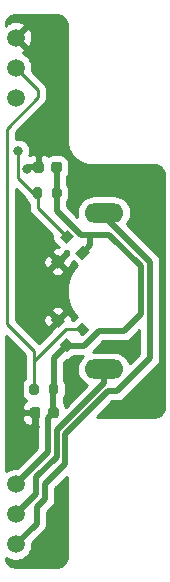
<source format=gbr>
%TF.GenerationSoftware,KiCad,Pcbnew,5.1.9-73d0e3b20d~88~ubuntu20.04.1*%
%TF.CreationDate,2021-04-11T19:31:59-07:00*%
%TF.ProjectId,encoder,656e636f-6465-4722-9e6b-696361645f70,rev?*%
%TF.SameCoordinates,Original*%
%TF.FileFunction,Copper,L1,Top*%
%TF.FilePolarity,Positive*%
%FSLAX46Y46*%
G04 Gerber Fmt 4.6, Leading zero omitted, Abs format (unit mm)*
G04 Created by KiCad (PCBNEW 5.1.9-73d0e3b20d~88~ubuntu20.04.1) date 2021-04-11 19:31:59*
%MOMM*%
%LPD*%
G01*
G04 APERTURE LIST*
%TA.AperFunction,ComponentPad*%
%ADD10O,3.300000X1.650000*%
%TD*%
%TA.AperFunction,ComponentPad*%
%ADD11C,1.520000*%
%TD*%
%TA.AperFunction,SMDPad,CuDef*%
%ADD12C,0.100000*%
%TD*%
%TA.AperFunction,ViaPad*%
%ADD13C,0.800000*%
%TD*%
%TA.AperFunction,Conductor*%
%ADD14C,0.500000*%
%TD*%
%TA.AperFunction,Conductor*%
%ADD15C,0.750000*%
%TD*%
%TA.AperFunction,Conductor*%
%ADD16C,0.250000*%
%TD*%
%TA.AperFunction,Conductor*%
%ADD17C,0.254000*%
%TD*%
%TA.AperFunction,Conductor*%
%ADD18C,0.100000*%
%TD*%
G04 APERTURE END LIST*
D10*
%TO.P,CN1,7*%
%TO.N,/MOTOR-*%
X100000000Y-93374800D03*
%TO.P,CN1,8*%
%TO.N,/MOTOR+*%
X100000000Y-106624800D03*
D11*
%TO.P,CN1,3*%
%TO.N,/QUADB*%
X92519900Y-83620000D03*
%TO.P,CN1,2*%
%TO.N,/QUADA*%
X92519900Y-81080000D03*
%TO.P,CN1,1*%
%TO.N,/GND*%
X92519900Y-78540000D03*
%TO.P,CN1,6*%
%TO.N,/MOTOR-*%
X92519900Y-121460000D03*
%TO.P,CN1,5*%
%TO.N,/MOTOR+*%
X92519900Y-118920000D03*
%TO.P,CN1,4*%
%TO.N,/VCC*%
X92519900Y-116380000D03*
%TD*%
%TO.P,C2,2*%
%TO.N,/GND*%
%TA.AperFunction,SMDPad,CuDef*%
G36*
G01*
X94612580Y-110062200D02*
X94612580Y-110562200D01*
G75*
G02*
X94387580Y-110787200I-225000J0D01*
G01*
X93937580Y-110787200D01*
G75*
G02*
X93712580Y-110562200I0J225000D01*
G01*
X93712580Y-110062200D01*
G75*
G02*
X93937580Y-109837200I225000J0D01*
G01*
X94387580Y-109837200D01*
G75*
G02*
X94612580Y-110062200I0J-225000D01*
G01*
G37*
%TD.AperFunction*%
%TO.P,C2,1*%
%TO.N,/VCC*%
%TA.AperFunction,SMDPad,CuDef*%
G36*
G01*
X96162580Y-110062200D02*
X96162580Y-110562200D01*
G75*
G02*
X95937580Y-110787200I-225000J0D01*
G01*
X95487580Y-110787200D01*
G75*
G02*
X95262580Y-110562200I0J225000D01*
G01*
X95262580Y-110062200D01*
G75*
G02*
X95487580Y-109837200I225000J0D01*
G01*
X95937580Y-109837200D01*
G75*
G02*
X96162580Y-110062200I0J-225000D01*
G01*
G37*
%TD.AperFunction*%
%TD*%
%TO.P,C1,2*%
%TO.N,/GND*%
%TA.AperFunction,SMDPad,CuDef*%
G36*
G01*
X94885000Y-89280000D02*
X94885000Y-89780000D01*
G75*
G02*
X94660000Y-90005000I-225000J0D01*
G01*
X94210000Y-90005000D01*
G75*
G02*
X93985000Y-89780000I0J225000D01*
G01*
X93985000Y-89280000D01*
G75*
G02*
X94210000Y-89055000I225000J0D01*
G01*
X94660000Y-89055000D01*
G75*
G02*
X94885000Y-89280000I0J-225000D01*
G01*
G37*
%TD.AperFunction*%
%TO.P,C1,1*%
%TO.N,/VCC*%
%TA.AperFunction,SMDPad,CuDef*%
G36*
G01*
X96435000Y-89280000D02*
X96435000Y-89780000D01*
G75*
G02*
X96210000Y-90005000I-225000J0D01*
G01*
X95760000Y-90005000D01*
G75*
G02*
X95535000Y-89780000I0J225000D01*
G01*
X95535000Y-89280000D01*
G75*
G02*
X95760000Y-89055000I225000J0D01*
G01*
X96210000Y-89055000D01*
G75*
G02*
X96435000Y-89280000I0J-225000D01*
G01*
G37*
%TD.AperFunction*%
%TD*%
%TO.P,R2,2*%
%TO.N,/QUADB*%
%TA.AperFunction,SMDPad,CuDef*%
G36*
G01*
X94755000Y-91425000D02*
X94755000Y-91975000D01*
G75*
G02*
X94555000Y-92175000I-200000J0D01*
G01*
X94155000Y-92175000D01*
G75*
G02*
X93955000Y-91975000I0J200000D01*
G01*
X93955000Y-91425000D01*
G75*
G02*
X94155000Y-91225000I200000J0D01*
G01*
X94555000Y-91225000D01*
G75*
G02*
X94755000Y-91425000I0J-200000D01*
G01*
G37*
%TD.AperFunction*%
%TO.P,R2,1*%
%TO.N,/VCC*%
%TA.AperFunction,SMDPad,CuDef*%
G36*
G01*
X96405000Y-91425000D02*
X96405000Y-91975000D01*
G75*
G02*
X96205000Y-92175000I-200000J0D01*
G01*
X95805000Y-92175000D01*
G75*
G02*
X95605000Y-91975000I0J200000D01*
G01*
X95605000Y-91425000D01*
G75*
G02*
X95805000Y-91225000I200000J0D01*
G01*
X96205000Y-91225000D01*
G75*
G02*
X96405000Y-91425000I0J-200000D01*
G01*
G37*
%TD.AperFunction*%
%TD*%
%TO.P,R1,2*%
%TO.N,/QUADA*%
%TA.AperFunction,SMDPad,CuDef*%
G36*
G01*
X94465000Y-108045000D02*
X94465000Y-108595000D01*
G75*
G02*
X94265000Y-108795000I-200000J0D01*
G01*
X93865000Y-108795000D01*
G75*
G02*
X93665000Y-108595000I0J200000D01*
G01*
X93665000Y-108045000D01*
G75*
G02*
X93865000Y-107845000I200000J0D01*
G01*
X94265000Y-107845000D01*
G75*
G02*
X94465000Y-108045000I0J-200000D01*
G01*
G37*
%TD.AperFunction*%
%TO.P,R1,1*%
%TO.N,/VCC*%
%TA.AperFunction,SMDPad,CuDef*%
G36*
G01*
X96115000Y-108045000D02*
X96115000Y-108595000D01*
G75*
G02*
X95915000Y-108795000I-200000J0D01*
G01*
X95515000Y-108795000D01*
G75*
G02*
X95315000Y-108595000I0J200000D01*
G01*
X95315000Y-108045000D01*
G75*
G02*
X95515000Y-107845000I200000J0D01*
G01*
X95915000Y-107845000D01*
G75*
G02*
X96115000Y-108045000I0J-200000D01*
G01*
G37*
%TD.AperFunction*%
%TD*%
%TA.AperFunction,SMDPad,CuDef*%
D12*
%TO.P,Q2,3*%
%TO.N,/GND*%
G36*
X96693934Y-102528248D02*
G01*
X96128248Y-103093934D01*
X95491852Y-102457538D01*
X96057538Y-101891852D01*
X96693934Y-102528248D01*
G37*
%TD.AperFunction*%
%TA.AperFunction,SMDPad,CuDef*%
%TO.P,Q2,2*%
%TO.N,/QUADA*%
G36*
X98779899Y-103270710D02*
G01*
X98214213Y-103836396D01*
X97577817Y-103200000D01*
X98143503Y-102634314D01*
X98779899Y-103270710D01*
G37*
%TD.AperFunction*%
%TA.AperFunction,SMDPad,CuDef*%
%TO.P,Q2,1*%
%TO.N,/VCC*%
G36*
X97436396Y-104614213D02*
G01*
X96870710Y-105179899D01*
X96234314Y-104543503D01*
X96800000Y-103977817D01*
X97436396Y-104614213D01*
G37*
%TD.AperFunction*%
%TD*%
%TA.AperFunction,SMDPad,CuDef*%
%TO.P,Q1,3*%
%TO.N,/GND*%
G36*
X96128248Y-96906066D02*
G01*
X96693934Y-97471752D01*
X96057538Y-98108148D01*
X95491852Y-97542462D01*
X96128248Y-96906066D01*
G37*
%TD.AperFunction*%
%TA.AperFunction,SMDPad,CuDef*%
%TO.P,Q1,2*%
%TO.N,/QUADB*%
G36*
X96870710Y-94820101D02*
G01*
X97436396Y-95385787D01*
X96800000Y-96022183D01*
X96234314Y-95456497D01*
X96870710Y-94820101D01*
G37*
%TD.AperFunction*%
%TA.AperFunction,SMDPad,CuDef*%
%TO.P,Q1,1*%
%TO.N,/VCC*%
G36*
X98214213Y-96163604D02*
G01*
X98779899Y-96729290D01*
X98143503Y-97365686D01*
X97577817Y-96800000D01*
X98214213Y-96163604D01*
G37*
%TD.AperFunction*%
%TD*%
D13*
%TO.N,/QUADB*%
X92710000Y-88138000D03*
%TO.N,/GND*%
X94600000Y-98500000D03*
X94570000Y-101060000D03*
X94190000Y-111480000D03*
X93465010Y-89650094D03*
X93472000Y-122936000D03*
X98044000Y-108204000D03*
X100584000Y-104648000D03*
%TD*%
D14*
%TO.N,/MOTOR-*%
X94289950Y-119689950D02*
X92519900Y-121460000D01*
X94289950Y-118308050D02*
X94289950Y-119689950D01*
X94996000Y-117602000D02*
X94289950Y-118308050D01*
X94996000Y-116332000D02*
X94996000Y-117602000D01*
X96693202Y-114634798D02*
X94996000Y-116332000D01*
X100330000Y-108458000D02*
X96693202Y-112094798D01*
X101112000Y-108458000D02*
X100330000Y-108458000D01*
X103886000Y-97536000D02*
X103886000Y-105684000D01*
X96693202Y-112094798D02*
X96693202Y-114634798D01*
X100000000Y-93374800D02*
X100000000Y-93650000D01*
X100000000Y-93650000D02*
X103886000Y-97536000D01*
X103886000Y-105684000D02*
X101112000Y-108458000D01*
D15*
%TO.N,/MOTOR+*%
X100029200Y-106625200D02*
X100000000Y-106625200D01*
D14*
X100000000Y-107798035D02*
X100000000Y-106624800D01*
X94234000Y-115786382D02*
X95993191Y-114027191D01*
X94234000Y-117205900D02*
X94234000Y-115786382D01*
X95993191Y-111804844D02*
X100000000Y-107798035D01*
X95993191Y-114027191D02*
X95993191Y-111804844D01*
X92519900Y-118920000D02*
X94234000Y-117205900D01*
D16*
%TO.N,/QUADB*%
X94380000Y-91725000D02*
X94355000Y-91700000D01*
X94380000Y-92965787D02*
X94380000Y-91725000D01*
X96835355Y-95421142D02*
X94380000Y-92965787D01*
X92710000Y-90455000D02*
X92710000Y-88138000D01*
X93955000Y-91700000D02*
X92710000Y-90455000D01*
X94355000Y-91700000D02*
X93955000Y-91700000D01*
%TO.N,/QUADA*%
X98200000Y-103497057D02*
X98090280Y-103606777D01*
X94065000Y-108320000D02*
X94065000Y-105915000D01*
X96744645Y-103235355D02*
X98178858Y-103235355D01*
X94065000Y-105915000D02*
X96744645Y-103235355D01*
X94390000Y-82950100D02*
X92519900Y-81080000D01*
X91749991Y-86247007D02*
X94390000Y-83606998D01*
X94390000Y-83606998D02*
X94390000Y-82950100D01*
X91749991Y-102799991D02*
X91749991Y-86247007D01*
X94065000Y-105115000D02*
X91749991Y-102799991D01*
X94065000Y-105915000D02*
X94065000Y-105115000D01*
D14*
%TO.N,/GND*%
X94600000Y-98500000D02*
X95124200Y-98500000D01*
X95124200Y-98475800D02*
X95124200Y-98500000D01*
X96092893Y-97507107D02*
X95124200Y-98475800D01*
X96092893Y-102492893D02*
X94660000Y-101060000D01*
X94660000Y-101060000D02*
X94570000Y-101060000D01*
X94162580Y-111452580D02*
X94190000Y-111480000D01*
X94162580Y-110312200D02*
X94162580Y-111452580D01*
X93585104Y-89530000D02*
X93465010Y-89650094D01*
X94435000Y-89530000D02*
X93585104Y-89530000D01*
%TO.N,/VCC*%
X95712580Y-108322420D02*
X95715000Y-108320000D01*
X95712580Y-110312200D02*
X95712580Y-108322420D01*
X96005000Y-89550000D02*
X95985000Y-89530000D01*
X96005000Y-91700000D02*
X96005000Y-89550000D01*
X96005000Y-93211000D02*
X96005000Y-91700000D01*
X98044000Y-95250000D02*
X96005000Y-93211000D01*
X98044000Y-95250000D02*
X99071952Y-95250000D01*
X98806000Y-96137503D02*
X98178858Y-96764645D01*
X98806000Y-95250000D02*
X98806000Y-96137503D01*
X99071952Y-95250000D02*
X98806000Y-95250000D01*
X95715000Y-108320000D02*
X95758000Y-108277000D01*
X95758000Y-108277000D02*
X95758000Y-106426000D01*
X96835355Y-104578858D02*
X95758000Y-105656213D01*
X95758000Y-105656213D02*
X95758000Y-106426000D01*
X99693504Y-95250000D02*
X99071952Y-95250000D01*
X103124000Y-101930200D02*
X103124000Y-97917000D01*
X101676200Y-103378000D02*
X103124000Y-101930200D01*
X99568000Y-103378000D02*
X101676200Y-103378000D01*
X98298000Y-104648000D02*
X99568000Y-103378000D01*
X100457000Y-95250000D02*
X99693504Y-95250000D01*
X96904497Y-104648000D02*
X98298000Y-104648000D01*
X103124000Y-97917000D02*
X100457000Y-95250000D01*
X96835355Y-104578858D02*
X96904497Y-104648000D01*
X92519900Y-116380000D02*
X95250000Y-113649900D01*
X95250000Y-113649900D02*
X95250000Y-110774780D01*
X95250000Y-110774780D02*
X95712580Y-110312200D01*
%TD*%
D17*
%TO.N,/GND*%
X96840000Y-122474659D02*
X96829458Y-122611703D01*
X96825749Y-122659926D01*
X96813954Y-122711036D01*
X96791495Y-122778415D01*
X96759514Y-122855168D01*
X96724904Y-122924388D01*
X96692338Y-122975563D01*
X96646606Y-123032729D01*
X96592665Y-123092663D01*
X96532739Y-123146596D01*
X96475561Y-123192339D01*
X96424388Y-123224904D01*
X96355168Y-123259514D01*
X96278418Y-123291494D01*
X96211037Y-123313954D01*
X96159926Y-123325749D01*
X96111705Y-123329458D01*
X96111703Y-123329458D01*
X95974659Y-123340000D01*
X92525341Y-123340000D01*
X92388296Y-123329458D01*
X92388295Y-123329458D01*
X92340074Y-123325749D01*
X92288964Y-123313954D01*
X92221585Y-123291495D01*
X92144832Y-123259514D01*
X92075612Y-123224904D01*
X92024437Y-123192338D01*
X91967271Y-123146606D01*
X91907337Y-123092665D01*
X91853404Y-123032739D01*
X91807661Y-122975561D01*
X91775096Y-122924388D01*
X91740486Y-122855168D01*
X91708506Y-122778418D01*
X91686046Y-122711037D01*
X91674251Y-122659926D01*
X91670542Y-122611703D01*
X91667179Y-122567982D01*
X91859120Y-122696233D01*
X92112993Y-122801391D01*
X92382504Y-122855000D01*
X92657296Y-122855000D01*
X92926807Y-122801391D01*
X93180680Y-122696233D01*
X93409161Y-122543567D01*
X93603467Y-122349261D01*
X93756133Y-122120780D01*
X93861291Y-121866907D01*
X93914900Y-121597396D01*
X93914900Y-121322604D01*
X93913900Y-121317578D01*
X94884999Y-120346480D01*
X94918767Y-120318767D01*
X95029361Y-120184009D01*
X95111539Y-120030263D01*
X95162145Y-119863440D01*
X95174950Y-119733427D01*
X95174950Y-119733419D01*
X95179231Y-119689950D01*
X95174950Y-119646481D01*
X95174950Y-118674628D01*
X95591049Y-118258530D01*
X95624817Y-118230817D01*
X95735411Y-118096059D01*
X95817589Y-117942313D01*
X95868195Y-117775490D01*
X95881000Y-117645477D01*
X95881000Y-117645467D01*
X95885281Y-117602001D01*
X95881000Y-117558535D01*
X95881000Y-116698578D01*
X96840001Y-115739578D01*
X96840000Y-122474659D01*
%TA.AperFunction,Conductor*%
D18*
G36*
X96840000Y-122474659D02*
G01*
X96829458Y-122611703D01*
X96825749Y-122659926D01*
X96813954Y-122711036D01*
X96791495Y-122778415D01*
X96759514Y-122855168D01*
X96724904Y-122924388D01*
X96692338Y-122975563D01*
X96646606Y-123032729D01*
X96592665Y-123092663D01*
X96532739Y-123146596D01*
X96475561Y-123192339D01*
X96424388Y-123224904D01*
X96355168Y-123259514D01*
X96278418Y-123291494D01*
X96211037Y-123313954D01*
X96159926Y-123325749D01*
X96111705Y-123329458D01*
X96111703Y-123329458D01*
X95974659Y-123340000D01*
X92525341Y-123340000D01*
X92388296Y-123329458D01*
X92388295Y-123329458D01*
X92340074Y-123325749D01*
X92288964Y-123313954D01*
X92221585Y-123291495D01*
X92144832Y-123259514D01*
X92075612Y-123224904D01*
X92024437Y-123192338D01*
X91967271Y-123146606D01*
X91907337Y-123092665D01*
X91853404Y-123032739D01*
X91807661Y-122975561D01*
X91775096Y-122924388D01*
X91740486Y-122855168D01*
X91708506Y-122778418D01*
X91686046Y-122711037D01*
X91674251Y-122659926D01*
X91670542Y-122611703D01*
X91667179Y-122567982D01*
X91859120Y-122696233D01*
X92112993Y-122801391D01*
X92382504Y-122855000D01*
X92657296Y-122855000D01*
X92926807Y-122801391D01*
X93180680Y-122696233D01*
X93409161Y-122543567D01*
X93603467Y-122349261D01*
X93756133Y-122120780D01*
X93861291Y-121866907D01*
X93914900Y-121597396D01*
X93914900Y-121322604D01*
X93913900Y-121317578D01*
X94884999Y-120346480D01*
X94918767Y-120318767D01*
X95029361Y-120184009D01*
X95111539Y-120030263D01*
X95162145Y-119863440D01*
X95174950Y-119733427D01*
X95174950Y-119733419D01*
X95179231Y-119689950D01*
X95174950Y-119646481D01*
X95174950Y-118674628D01*
X95591049Y-118258530D01*
X95624817Y-118230817D01*
X95735411Y-118096059D01*
X95817589Y-117942313D01*
X95868195Y-117775490D01*
X95881000Y-117645477D01*
X95881000Y-117645467D01*
X95885281Y-117602001D01*
X95881000Y-117558535D01*
X95881000Y-116698578D01*
X96840001Y-115739578D01*
X96840000Y-122474659D01*
G37*
%TD.AperFunction*%
D17*
X93305000Y-105429802D02*
X93305000Y-105877678D01*
X93301324Y-105915000D01*
X93305000Y-105952322D01*
X93305000Y-105952332D01*
X93305001Y-105952342D01*
X93305000Y-107425635D01*
X93272394Y-107452394D01*
X93168169Y-107579392D01*
X93090722Y-107724284D01*
X93043031Y-107881500D01*
X93026928Y-108045000D01*
X93026928Y-108595000D01*
X93043031Y-108758500D01*
X93090722Y-108915716D01*
X93168169Y-109060608D01*
X93272394Y-109187606D01*
X93394045Y-109287442D01*
X93358086Y-109306663D01*
X93261395Y-109386015D01*
X93182043Y-109482706D01*
X93123078Y-109593020D01*
X93086768Y-109712718D01*
X93074508Y-109837200D01*
X93077580Y-110026450D01*
X93236330Y-110185200D01*
X94035580Y-110185200D01*
X94035580Y-110165200D01*
X94289580Y-110165200D01*
X94289580Y-110185200D01*
X94309580Y-110185200D01*
X94309580Y-110439200D01*
X94289580Y-110439200D01*
X94289580Y-111263450D01*
X94365001Y-111338871D01*
X94365000Y-113283321D01*
X92662322Y-114986000D01*
X92657296Y-114985000D01*
X92382504Y-114985000D01*
X92112993Y-115038609D01*
X91859120Y-115143767D01*
X91660000Y-115276815D01*
X91660000Y-110787200D01*
X93074508Y-110787200D01*
X93086768Y-110911682D01*
X93123078Y-111031380D01*
X93182043Y-111141694D01*
X93261395Y-111238385D01*
X93358086Y-111317737D01*
X93468400Y-111376702D01*
X93588098Y-111413012D01*
X93712580Y-111425272D01*
X93876830Y-111422200D01*
X94035580Y-111263450D01*
X94035580Y-110439200D01*
X93236330Y-110439200D01*
X93077580Y-110597950D01*
X93074508Y-110787200D01*
X91660000Y-110787200D01*
X91660000Y-103784801D01*
X93305000Y-105429802D01*
%TA.AperFunction,Conductor*%
D18*
G36*
X93305000Y-105429802D02*
G01*
X93305000Y-105877678D01*
X93301324Y-105915000D01*
X93305000Y-105952322D01*
X93305000Y-105952332D01*
X93305001Y-105952342D01*
X93305000Y-107425635D01*
X93272394Y-107452394D01*
X93168169Y-107579392D01*
X93090722Y-107724284D01*
X93043031Y-107881500D01*
X93026928Y-108045000D01*
X93026928Y-108595000D01*
X93043031Y-108758500D01*
X93090722Y-108915716D01*
X93168169Y-109060608D01*
X93272394Y-109187606D01*
X93394045Y-109287442D01*
X93358086Y-109306663D01*
X93261395Y-109386015D01*
X93182043Y-109482706D01*
X93123078Y-109593020D01*
X93086768Y-109712718D01*
X93074508Y-109837200D01*
X93077580Y-110026450D01*
X93236330Y-110185200D01*
X94035580Y-110185200D01*
X94035580Y-110165200D01*
X94289580Y-110165200D01*
X94289580Y-110185200D01*
X94309580Y-110185200D01*
X94309580Y-110439200D01*
X94289580Y-110439200D01*
X94289580Y-111263450D01*
X94365001Y-111338871D01*
X94365000Y-113283321D01*
X92662322Y-114986000D01*
X92657296Y-114985000D01*
X92382504Y-114985000D01*
X92112993Y-115038609D01*
X91859120Y-115143767D01*
X91660000Y-115276815D01*
X91660000Y-110787200D01*
X93074508Y-110787200D01*
X93086768Y-110911682D01*
X93123078Y-111031380D01*
X93182043Y-111141694D01*
X93261395Y-111238385D01*
X93358086Y-111317737D01*
X93468400Y-111376702D01*
X93588098Y-111413012D01*
X93712580Y-111425272D01*
X93876830Y-111422200D01*
X94035580Y-111263450D01*
X94035580Y-110439200D01*
X93236330Y-110439200D01*
X93077580Y-110597950D01*
X93074508Y-110787200D01*
X91660000Y-110787200D01*
X91660000Y-103784801D01*
X93305000Y-105429802D01*
G37*
%TD.AperFunction*%
D17*
X96111703Y-76670542D02*
X96111705Y-76670542D01*
X96159926Y-76674251D01*
X96211037Y-76686046D01*
X96278418Y-76708506D01*
X96355168Y-76740486D01*
X96424388Y-76775096D01*
X96475561Y-76807661D01*
X96532739Y-76853404D01*
X96592665Y-76907337D01*
X96646606Y-76967271D01*
X96692338Y-77024437D01*
X96724904Y-77075612D01*
X96759514Y-77144832D01*
X96791495Y-77221585D01*
X96813954Y-77288964D01*
X96825749Y-77340074D01*
X96829458Y-77388295D01*
X96829458Y-77388296D01*
X96840001Y-77525354D01*
X96840000Y-87192974D01*
X96839458Y-87218296D01*
X96840000Y-87225342D01*
X96840000Y-87232418D01*
X96842486Y-87257657D01*
X96849458Y-87348295D01*
X96849458Y-87348296D01*
X96858281Y-87462997D01*
X96857115Y-87480190D01*
X96863256Y-87527670D01*
X96864431Y-87542943D01*
X96867415Y-87559827D01*
X96869613Y-87576818D01*
X96873055Y-87591734D01*
X96881390Y-87638889D01*
X96887643Y-87654949D01*
X96906715Y-87737597D01*
X96913618Y-87767954D01*
X96913952Y-87768956D01*
X96914192Y-87769996D01*
X96924196Y-87799688D01*
X96961254Y-87910864D01*
X96968301Y-87933920D01*
X96971493Y-87941580D01*
X96974121Y-87949465D01*
X96983960Y-87971501D01*
X97027045Y-88074906D01*
X97035180Y-88096164D01*
X97039516Y-88104837D01*
X97043239Y-88113771D01*
X97053992Y-88133787D01*
X97081339Y-88188481D01*
X97081778Y-88190055D01*
X97110393Y-88246589D01*
X97124177Y-88274157D01*
X97125043Y-88275532D01*
X97125779Y-88276987D01*
X97142382Y-88303077D01*
X97176082Y-88356613D01*
X97177205Y-88357798D01*
X97180043Y-88362259D01*
X97181259Y-88365301D01*
X97214910Y-88417050D01*
X97230589Y-88441688D01*
X97232599Y-88444252D01*
X97234375Y-88446983D01*
X97252611Y-88469777D01*
X97290703Y-88518366D01*
X97293190Y-88520501D01*
X97326365Y-88561971D01*
X97337739Y-88577419D01*
X97346603Y-88587267D01*
X97354879Y-88597613D01*
X97368271Y-88611343D01*
X97407500Y-88654931D01*
X97408703Y-88656923D01*
X97450885Y-88703138D01*
X97471113Y-88725613D01*
X97472830Y-88727180D01*
X97474387Y-88728886D01*
X97496760Y-88749022D01*
X97543077Y-88791297D01*
X97545069Y-88792500D01*
X97588660Y-88831733D01*
X97602387Y-88845121D01*
X97612725Y-88853392D01*
X97622580Y-88862261D01*
X97638035Y-88873640D01*
X97679500Y-88906812D01*
X97681634Y-88909297D01*
X97730180Y-88947356D01*
X97753016Y-88965625D01*
X97755753Y-88967405D01*
X97758312Y-88969411D01*
X97782930Y-88985077D01*
X97834698Y-89018740D01*
X97837738Y-89019955D01*
X97842202Y-89022795D01*
X97843387Y-89023918D01*
X97896923Y-89057618D01*
X97923013Y-89074221D01*
X97924468Y-89074957D01*
X97925843Y-89075823D01*
X97953411Y-89089607D01*
X98009945Y-89118222D01*
X98011519Y-89118661D01*
X98066213Y-89146008D01*
X98086229Y-89156761D01*
X98095163Y-89160484D01*
X98103836Y-89164820D01*
X98125087Y-89172952D01*
X98228499Y-89216040D01*
X98250535Y-89225879D01*
X98258420Y-89228507D01*
X98266080Y-89231699D01*
X98289133Y-89238745D01*
X98400388Y-89275830D01*
X98430004Y-89285808D01*
X98431041Y-89286047D01*
X98432045Y-89286382D01*
X98462458Y-89293297D01*
X98545052Y-89312357D01*
X98561111Y-89318610D01*
X98608263Y-89326944D01*
X98623181Y-89330387D01*
X98640175Y-89332585D01*
X98657057Y-89335569D01*
X98672329Y-89336744D01*
X98719810Y-89342885D01*
X98737003Y-89341719D01*
X98851703Y-89350542D01*
X98851705Y-89350542D01*
X98942341Y-89357514D01*
X98967581Y-89360000D01*
X98974657Y-89360000D01*
X98981703Y-89360542D01*
X99007025Y-89360000D01*
X104224659Y-89360000D01*
X104361703Y-89370542D01*
X104361705Y-89370542D01*
X104409926Y-89374251D01*
X104461037Y-89386046D01*
X104528418Y-89408506D01*
X104605168Y-89440486D01*
X104674388Y-89475096D01*
X104725561Y-89507661D01*
X104782739Y-89553404D01*
X104842665Y-89607337D01*
X104896606Y-89667271D01*
X104942338Y-89724437D01*
X104974904Y-89775612D01*
X105009514Y-89844832D01*
X105041495Y-89921585D01*
X105063954Y-89988964D01*
X105075749Y-90040074D01*
X105079458Y-90088295D01*
X105079458Y-90088296D01*
X105090001Y-90225354D01*
X105090000Y-109774659D01*
X105079458Y-109911704D01*
X105075749Y-109959926D01*
X105063954Y-110011036D01*
X105041495Y-110078415D01*
X105009514Y-110155168D01*
X104974904Y-110224388D01*
X104942338Y-110275563D01*
X104896606Y-110332729D01*
X104842665Y-110392663D01*
X104782739Y-110446596D01*
X104725561Y-110492339D01*
X104674388Y-110524904D01*
X104605168Y-110559514D01*
X104528418Y-110591494D01*
X104461037Y-110613954D01*
X104409926Y-110625749D01*
X104361705Y-110629458D01*
X104361703Y-110629458D01*
X104224659Y-110640000D01*
X99399579Y-110640000D01*
X100696579Y-109343000D01*
X101068531Y-109343000D01*
X101112000Y-109347281D01*
X101155469Y-109343000D01*
X101155477Y-109343000D01*
X101285490Y-109330195D01*
X101452313Y-109279589D01*
X101606059Y-109197411D01*
X101740817Y-109086817D01*
X101768534Y-109053044D01*
X104481049Y-106340530D01*
X104514817Y-106312817D01*
X104625411Y-106178059D01*
X104707589Y-106024313D01*
X104758195Y-105857490D01*
X104771000Y-105727477D01*
X104771000Y-105727467D01*
X104775281Y-105684001D01*
X104771000Y-105640535D01*
X104771000Y-97579469D01*
X104775281Y-97536000D01*
X104771000Y-97492531D01*
X104771000Y-97492523D01*
X104758195Y-97362510D01*
X104707589Y-97195687D01*
X104625411Y-97041941D01*
X104569218Y-96973470D01*
X104542532Y-96940953D01*
X104542530Y-96940951D01*
X104514817Y-96907183D01*
X104481050Y-96879472D01*
X101930605Y-94329027D01*
X102044819Y-94189857D01*
X102180390Y-93936221D01*
X102263875Y-93661010D01*
X102292064Y-93374800D01*
X102263875Y-93088590D01*
X102180390Y-92813379D01*
X102044819Y-92559743D01*
X101862371Y-92337429D01*
X101640057Y-92154981D01*
X101386421Y-92019410D01*
X101111210Y-91935925D01*
X100896723Y-91914800D01*
X99103277Y-91914800D01*
X98888790Y-91935925D01*
X98613579Y-92019410D01*
X98359943Y-92154981D01*
X98137629Y-92337429D01*
X97955181Y-92559743D01*
X97819610Y-92813379D01*
X97736125Y-93088590D01*
X97707936Y-93374800D01*
X97736125Y-93661010D01*
X97748986Y-93703408D01*
X96890000Y-92844422D01*
X96890000Y-92455024D01*
X96901831Y-92440608D01*
X96979278Y-92295716D01*
X97026969Y-92138500D01*
X97043072Y-91975000D01*
X97043072Y-91425000D01*
X97026969Y-91261500D01*
X96979278Y-91104284D01*
X96901831Y-90959392D01*
X96890000Y-90944976D01*
X96890000Y-90305335D01*
X96927618Y-90259497D01*
X97007375Y-90110283D01*
X97056488Y-89948377D01*
X97073072Y-89780000D01*
X97073072Y-89280000D01*
X97056488Y-89111623D01*
X97007375Y-88949717D01*
X96927618Y-88800503D01*
X96820284Y-88669716D01*
X96689497Y-88562382D01*
X96540283Y-88482625D01*
X96378377Y-88433512D01*
X96210000Y-88416928D01*
X95760000Y-88416928D01*
X95591623Y-88433512D01*
X95429717Y-88482625D01*
X95283649Y-88560700D01*
X95239494Y-88524463D01*
X95129180Y-88465498D01*
X95009482Y-88429188D01*
X94885000Y-88416928D01*
X94720750Y-88420000D01*
X94562000Y-88578750D01*
X94562000Y-89403000D01*
X94582000Y-89403000D01*
X94582000Y-89657000D01*
X94562000Y-89657000D01*
X94562000Y-89677000D01*
X94308000Y-89677000D01*
X94308000Y-89657000D01*
X94288000Y-89657000D01*
X94288000Y-89403000D01*
X94308000Y-89403000D01*
X94308000Y-88578750D01*
X94149250Y-88420000D01*
X93985000Y-88416928D01*
X93860518Y-88429188D01*
X93740820Y-88465498D01*
X93681485Y-88497214D01*
X93705226Y-88439898D01*
X93745000Y-88239939D01*
X93745000Y-88036061D01*
X93705226Y-87836102D01*
X93627205Y-87647744D01*
X93513937Y-87478226D01*
X93369774Y-87334063D01*
X93200256Y-87220795D01*
X93011898Y-87142774D01*
X92811939Y-87103000D01*
X92608061Y-87103000D01*
X92509991Y-87122507D01*
X92509991Y-86561808D01*
X94901004Y-84170796D01*
X94930001Y-84146999D01*
X95024974Y-84031274D01*
X95095546Y-83899245D01*
X95139003Y-83755984D01*
X95150000Y-83644331D01*
X95150000Y-83644330D01*
X95153677Y-83606998D01*
X95150000Y-83569665D01*
X95150000Y-82987425D01*
X95153676Y-82950100D01*
X95150000Y-82912775D01*
X95150000Y-82912767D01*
X95139003Y-82801114D01*
X95095546Y-82657853D01*
X95024974Y-82525824D01*
X94930001Y-82410099D01*
X94901003Y-82386301D01*
X93884571Y-81369870D01*
X93914900Y-81217396D01*
X93914900Y-80942604D01*
X93861291Y-80673093D01*
X93756133Y-80419220D01*
X93603467Y-80190739D01*
X93409161Y-79996433D01*
X93180680Y-79843767D01*
X93104399Y-79812170D01*
X93122226Y-79805744D01*
X93237694Y-79744025D01*
X93304431Y-79504137D01*
X92519900Y-78719605D01*
X92505758Y-78733748D01*
X92326152Y-78554142D01*
X92340295Y-78540000D01*
X92699505Y-78540000D01*
X93484037Y-79324531D01*
X93723925Y-79257794D01*
X93840824Y-79009108D01*
X93906961Y-78742394D01*
X93919795Y-78467903D01*
X93878831Y-78196183D01*
X93785644Y-77937674D01*
X93723925Y-77822206D01*
X93484037Y-77755469D01*
X92699505Y-78540000D01*
X92340295Y-78540000D01*
X92326152Y-78525858D01*
X92505758Y-78346252D01*
X92519900Y-78360395D01*
X93304431Y-77575863D01*
X93237694Y-77335975D01*
X92989008Y-77219076D01*
X92722294Y-77152939D01*
X92447803Y-77140105D01*
X92176083Y-77181069D01*
X91917574Y-77274256D01*
X91802106Y-77335975D01*
X91735369Y-77575861D01*
X91661775Y-77502267D01*
X91670542Y-77388297D01*
X91670542Y-77388295D01*
X91674251Y-77340074D01*
X91686046Y-77288963D01*
X91708506Y-77221582D01*
X91740486Y-77144832D01*
X91775096Y-77075612D01*
X91807661Y-77024439D01*
X91853404Y-76967261D01*
X91907337Y-76907335D01*
X91967271Y-76853394D01*
X92024437Y-76807662D01*
X92075612Y-76775096D01*
X92144832Y-76740486D01*
X92221585Y-76708505D01*
X92288964Y-76686046D01*
X92340074Y-76674251D01*
X92388295Y-76670542D01*
X92388296Y-76670542D01*
X92525341Y-76660000D01*
X95974659Y-76660000D01*
X96111703Y-76670542D01*
%TA.AperFunction,Conductor*%
D18*
G36*
X96111703Y-76670542D02*
G01*
X96111705Y-76670542D01*
X96159926Y-76674251D01*
X96211037Y-76686046D01*
X96278418Y-76708506D01*
X96355168Y-76740486D01*
X96424388Y-76775096D01*
X96475561Y-76807661D01*
X96532739Y-76853404D01*
X96592665Y-76907337D01*
X96646606Y-76967271D01*
X96692338Y-77024437D01*
X96724904Y-77075612D01*
X96759514Y-77144832D01*
X96791495Y-77221585D01*
X96813954Y-77288964D01*
X96825749Y-77340074D01*
X96829458Y-77388295D01*
X96829458Y-77388296D01*
X96840001Y-77525354D01*
X96840000Y-87192974D01*
X96839458Y-87218296D01*
X96840000Y-87225342D01*
X96840000Y-87232418D01*
X96842486Y-87257657D01*
X96849458Y-87348295D01*
X96849458Y-87348296D01*
X96858281Y-87462997D01*
X96857115Y-87480190D01*
X96863256Y-87527670D01*
X96864431Y-87542943D01*
X96867415Y-87559827D01*
X96869613Y-87576818D01*
X96873055Y-87591734D01*
X96881390Y-87638889D01*
X96887643Y-87654949D01*
X96906715Y-87737597D01*
X96913618Y-87767954D01*
X96913952Y-87768956D01*
X96914192Y-87769996D01*
X96924196Y-87799688D01*
X96961254Y-87910864D01*
X96968301Y-87933920D01*
X96971493Y-87941580D01*
X96974121Y-87949465D01*
X96983960Y-87971501D01*
X97027045Y-88074906D01*
X97035180Y-88096164D01*
X97039516Y-88104837D01*
X97043239Y-88113771D01*
X97053992Y-88133787D01*
X97081339Y-88188481D01*
X97081778Y-88190055D01*
X97110393Y-88246589D01*
X97124177Y-88274157D01*
X97125043Y-88275532D01*
X97125779Y-88276987D01*
X97142382Y-88303077D01*
X97176082Y-88356613D01*
X97177205Y-88357798D01*
X97180043Y-88362259D01*
X97181259Y-88365301D01*
X97214910Y-88417050D01*
X97230589Y-88441688D01*
X97232599Y-88444252D01*
X97234375Y-88446983D01*
X97252611Y-88469777D01*
X97290703Y-88518366D01*
X97293190Y-88520501D01*
X97326365Y-88561971D01*
X97337739Y-88577419D01*
X97346603Y-88587267D01*
X97354879Y-88597613D01*
X97368271Y-88611343D01*
X97407500Y-88654931D01*
X97408703Y-88656923D01*
X97450885Y-88703138D01*
X97471113Y-88725613D01*
X97472830Y-88727180D01*
X97474387Y-88728886D01*
X97496760Y-88749022D01*
X97543077Y-88791297D01*
X97545069Y-88792500D01*
X97588660Y-88831733D01*
X97602387Y-88845121D01*
X97612725Y-88853392D01*
X97622580Y-88862261D01*
X97638035Y-88873640D01*
X97679500Y-88906812D01*
X97681634Y-88909297D01*
X97730180Y-88947356D01*
X97753016Y-88965625D01*
X97755753Y-88967405D01*
X97758312Y-88969411D01*
X97782930Y-88985077D01*
X97834698Y-89018740D01*
X97837738Y-89019955D01*
X97842202Y-89022795D01*
X97843387Y-89023918D01*
X97896923Y-89057618D01*
X97923013Y-89074221D01*
X97924468Y-89074957D01*
X97925843Y-89075823D01*
X97953411Y-89089607D01*
X98009945Y-89118222D01*
X98011519Y-89118661D01*
X98066213Y-89146008D01*
X98086229Y-89156761D01*
X98095163Y-89160484D01*
X98103836Y-89164820D01*
X98125087Y-89172952D01*
X98228499Y-89216040D01*
X98250535Y-89225879D01*
X98258420Y-89228507D01*
X98266080Y-89231699D01*
X98289133Y-89238745D01*
X98400388Y-89275830D01*
X98430004Y-89285808D01*
X98431041Y-89286047D01*
X98432045Y-89286382D01*
X98462458Y-89293297D01*
X98545052Y-89312357D01*
X98561111Y-89318610D01*
X98608263Y-89326944D01*
X98623181Y-89330387D01*
X98640175Y-89332585D01*
X98657057Y-89335569D01*
X98672329Y-89336744D01*
X98719810Y-89342885D01*
X98737003Y-89341719D01*
X98851703Y-89350542D01*
X98851705Y-89350542D01*
X98942341Y-89357514D01*
X98967581Y-89360000D01*
X98974657Y-89360000D01*
X98981703Y-89360542D01*
X99007025Y-89360000D01*
X104224659Y-89360000D01*
X104361703Y-89370542D01*
X104361705Y-89370542D01*
X104409926Y-89374251D01*
X104461037Y-89386046D01*
X104528418Y-89408506D01*
X104605168Y-89440486D01*
X104674388Y-89475096D01*
X104725561Y-89507661D01*
X104782739Y-89553404D01*
X104842665Y-89607337D01*
X104896606Y-89667271D01*
X104942338Y-89724437D01*
X104974904Y-89775612D01*
X105009514Y-89844832D01*
X105041495Y-89921585D01*
X105063954Y-89988964D01*
X105075749Y-90040074D01*
X105079458Y-90088295D01*
X105079458Y-90088296D01*
X105090001Y-90225354D01*
X105090000Y-109774659D01*
X105079458Y-109911704D01*
X105075749Y-109959926D01*
X105063954Y-110011036D01*
X105041495Y-110078415D01*
X105009514Y-110155168D01*
X104974904Y-110224388D01*
X104942338Y-110275563D01*
X104896606Y-110332729D01*
X104842665Y-110392663D01*
X104782739Y-110446596D01*
X104725561Y-110492339D01*
X104674388Y-110524904D01*
X104605168Y-110559514D01*
X104528418Y-110591494D01*
X104461037Y-110613954D01*
X104409926Y-110625749D01*
X104361705Y-110629458D01*
X104361703Y-110629458D01*
X104224659Y-110640000D01*
X99399579Y-110640000D01*
X100696579Y-109343000D01*
X101068531Y-109343000D01*
X101112000Y-109347281D01*
X101155469Y-109343000D01*
X101155477Y-109343000D01*
X101285490Y-109330195D01*
X101452313Y-109279589D01*
X101606059Y-109197411D01*
X101740817Y-109086817D01*
X101768534Y-109053044D01*
X104481049Y-106340530D01*
X104514817Y-106312817D01*
X104625411Y-106178059D01*
X104707589Y-106024313D01*
X104758195Y-105857490D01*
X104771000Y-105727477D01*
X104771000Y-105727467D01*
X104775281Y-105684001D01*
X104771000Y-105640535D01*
X104771000Y-97579469D01*
X104775281Y-97536000D01*
X104771000Y-97492531D01*
X104771000Y-97492523D01*
X104758195Y-97362510D01*
X104707589Y-97195687D01*
X104625411Y-97041941D01*
X104569218Y-96973470D01*
X104542532Y-96940953D01*
X104542530Y-96940951D01*
X104514817Y-96907183D01*
X104481050Y-96879472D01*
X101930605Y-94329027D01*
X102044819Y-94189857D01*
X102180390Y-93936221D01*
X102263875Y-93661010D01*
X102292064Y-93374800D01*
X102263875Y-93088590D01*
X102180390Y-92813379D01*
X102044819Y-92559743D01*
X101862371Y-92337429D01*
X101640057Y-92154981D01*
X101386421Y-92019410D01*
X101111210Y-91935925D01*
X100896723Y-91914800D01*
X99103277Y-91914800D01*
X98888790Y-91935925D01*
X98613579Y-92019410D01*
X98359943Y-92154981D01*
X98137629Y-92337429D01*
X97955181Y-92559743D01*
X97819610Y-92813379D01*
X97736125Y-93088590D01*
X97707936Y-93374800D01*
X97736125Y-93661010D01*
X97748986Y-93703408D01*
X96890000Y-92844422D01*
X96890000Y-92455024D01*
X96901831Y-92440608D01*
X96979278Y-92295716D01*
X97026969Y-92138500D01*
X97043072Y-91975000D01*
X97043072Y-91425000D01*
X97026969Y-91261500D01*
X96979278Y-91104284D01*
X96901831Y-90959392D01*
X96890000Y-90944976D01*
X96890000Y-90305335D01*
X96927618Y-90259497D01*
X97007375Y-90110283D01*
X97056488Y-89948377D01*
X97073072Y-89780000D01*
X97073072Y-89280000D01*
X97056488Y-89111623D01*
X97007375Y-88949717D01*
X96927618Y-88800503D01*
X96820284Y-88669716D01*
X96689497Y-88562382D01*
X96540283Y-88482625D01*
X96378377Y-88433512D01*
X96210000Y-88416928D01*
X95760000Y-88416928D01*
X95591623Y-88433512D01*
X95429717Y-88482625D01*
X95283649Y-88560700D01*
X95239494Y-88524463D01*
X95129180Y-88465498D01*
X95009482Y-88429188D01*
X94885000Y-88416928D01*
X94720750Y-88420000D01*
X94562000Y-88578750D01*
X94562000Y-89403000D01*
X94582000Y-89403000D01*
X94582000Y-89657000D01*
X94562000Y-89657000D01*
X94562000Y-89677000D01*
X94308000Y-89677000D01*
X94308000Y-89657000D01*
X94288000Y-89657000D01*
X94288000Y-89403000D01*
X94308000Y-89403000D01*
X94308000Y-88578750D01*
X94149250Y-88420000D01*
X93985000Y-88416928D01*
X93860518Y-88429188D01*
X93740820Y-88465498D01*
X93681485Y-88497214D01*
X93705226Y-88439898D01*
X93745000Y-88239939D01*
X93745000Y-88036061D01*
X93705226Y-87836102D01*
X93627205Y-87647744D01*
X93513937Y-87478226D01*
X93369774Y-87334063D01*
X93200256Y-87220795D01*
X93011898Y-87142774D01*
X92811939Y-87103000D01*
X92608061Y-87103000D01*
X92509991Y-87122507D01*
X92509991Y-86561808D01*
X94901004Y-84170796D01*
X94930001Y-84146999D01*
X95024974Y-84031274D01*
X95095546Y-83899245D01*
X95139003Y-83755984D01*
X95150000Y-83644331D01*
X95150000Y-83644330D01*
X95153677Y-83606998D01*
X95150000Y-83569665D01*
X95150000Y-82987425D01*
X95153676Y-82950100D01*
X95150000Y-82912775D01*
X95150000Y-82912767D01*
X95139003Y-82801114D01*
X95095546Y-82657853D01*
X95024974Y-82525824D01*
X94930001Y-82410099D01*
X94901003Y-82386301D01*
X93884571Y-81369870D01*
X93914900Y-81217396D01*
X93914900Y-80942604D01*
X93861291Y-80673093D01*
X93756133Y-80419220D01*
X93603467Y-80190739D01*
X93409161Y-79996433D01*
X93180680Y-79843767D01*
X93104399Y-79812170D01*
X93122226Y-79805744D01*
X93237694Y-79744025D01*
X93304431Y-79504137D01*
X92519900Y-78719605D01*
X92505758Y-78733748D01*
X92326152Y-78554142D01*
X92340295Y-78540000D01*
X92699505Y-78540000D01*
X93484037Y-79324531D01*
X93723925Y-79257794D01*
X93840824Y-79009108D01*
X93906961Y-78742394D01*
X93919795Y-78467903D01*
X93878831Y-78196183D01*
X93785644Y-77937674D01*
X93723925Y-77822206D01*
X93484037Y-77755469D01*
X92699505Y-78540000D01*
X92340295Y-78540000D01*
X92326152Y-78525858D01*
X92505758Y-78346252D01*
X92519900Y-78360395D01*
X93304431Y-77575863D01*
X93237694Y-77335975D01*
X92989008Y-77219076D01*
X92722294Y-77152939D01*
X92447803Y-77140105D01*
X92176083Y-77181069D01*
X91917574Y-77274256D01*
X91802106Y-77335975D01*
X91735369Y-77575861D01*
X91661775Y-77502267D01*
X91670542Y-77388297D01*
X91670542Y-77388295D01*
X91674251Y-77340074D01*
X91686046Y-77288963D01*
X91708506Y-77221582D01*
X91740486Y-77144832D01*
X91775096Y-77075612D01*
X91807661Y-77024439D01*
X91853404Y-76967261D01*
X91907337Y-76907335D01*
X91967271Y-76853394D01*
X92024437Y-76807662D01*
X92075612Y-76775096D01*
X92144832Y-76740486D01*
X92221585Y-76708505D01*
X92288964Y-76686046D01*
X92340074Y-76674251D01*
X92388295Y-76670542D01*
X92388296Y-76670542D01*
X92525341Y-76660000D01*
X95974659Y-76660000D01*
X96111703Y-76670542D01*
G37*
%TD.AperFunction*%
D17*
X98137629Y-105587429D02*
X97955181Y-105809743D01*
X97819610Y-106063379D01*
X97736125Y-106338590D01*
X97707936Y-106624800D01*
X97736125Y-106911010D01*
X97819610Y-107186221D01*
X97955181Y-107439857D01*
X98137629Y-107662171D01*
X98359943Y-107844619D01*
X98582746Y-107963710D01*
X96753478Y-109792979D01*
X96734955Y-109731917D01*
X96655198Y-109582703D01*
X96597580Y-109512495D01*
X96597580Y-109077973D01*
X96611831Y-109060608D01*
X96689278Y-108915716D01*
X96736969Y-108758500D01*
X96753072Y-108595000D01*
X96753072Y-108045000D01*
X96736969Y-107881500D01*
X96689278Y-107724284D01*
X96643000Y-107637705D01*
X96643000Y-106022791D01*
X96849873Y-105815919D01*
X96870710Y-105817971D01*
X96995192Y-105805711D01*
X97114890Y-105769401D01*
X97225204Y-105710436D01*
X97321895Y-105631084D01*
X97419979Y-105533000D01*
X98203951Y-105533000D01*
X98137629Y-105587429D01*
%TA.AperFunction,Conductor*%
D18*
G36*
X98137629Y-105587429D02*
G01*
X97955181Y-105809743D01*
X97819610Y-106063379D01*
X97736125Y-106338590D01*
X97707936Y-106624800D01*
X97736125Y-106911010D01*
X97819610Y-107186221D01*
X97955181Y-107439857D01*
X98137629Y-107662171D01*
X98359943Y-107844619D01*
X98582746Y-107963710D01*
X96753478Y-109792979D01*
X96734955Y-109731917D01*
X96655198Y-109582703D01*
X96597580Y-109512495D01*
X96597580Y-109077973D01*
X96611831Y-109060608D01*
X96689278Y-108915716D01*
X96736969Y-108758500D01*
X96753072Y-108595000D01*
X96753072Y-108045000D01*
X96736969Y-107881500D01*
X96689278Y-107724284D01*
X96643000Y-107637705D01*
X96643000Y-106022791D01*
X96849873Y-105815919D01*
X96870710Y-105817971D01*
X96995192Y-105805711D01*
X97114890Y-105769401D01*
X97225204Y-105710436D01*
X97321895Y-105631084D01*
X97419979Y-105533000D01*
X98203951Y-105533000D01*
X98137629Y-105587429D01*
G37*
%TD.AperFunction*%
D17*
X103001001Y-105317420D02*
X102197765Y-106120656D01*
X102180390Y-106063379D01*
X102044819Y-105809743D01*
X101862371Y-105587429D01*
X101640057Y-105404981D01*
X101386421Y-105269410D01*
X101111210Y-105185925D01*
X100896723Y-105164800D01*
X99103277Y-105164800D01*
X99025076Y-105172502D01*
X99934579Y-104263000D01*
X101632731Y-104263000D01*
X101676200Y-104267281D01*
X101719669Y-104263000D01*
X101719677Y-104263000D01*
X101849690Y-104250195D01*
X102016513Y-104199589D01*
X102170259Y-104117411D01*
X102305017Y-104006817D01*
X102332734Y-103973044D01*
X103001001Y-103304778D01*
X103001001Y-105317420D01*
%TA.AperFunction,Conductor*%
D18*
G36*
X103001001Y-105317420D02*
G01*
X102197765Y-106120656D01*
X102180390Y-106063379D01*
X102044819Y-105809743D01*
X101862371Y-105587429D01*
X101640057Y-105404981D01*
X101386421Y-105269410D01*
X101111210Y-105185925D01*
X100896723Y-105164800D01*
X99103277Y-105164800D01*
X99025076Y-105172502D01*
X99934579Y-104263000D01*
X101632731Y-104263000D01*
X101676200Y-104267281D01*
X101719669Y-104263000D01*
X101719677Y-104263000D01*
X101849690Y-104250195D01*
X102016513Y-104199589D01*
X102170259Y-104117411D01*
X102305017Y-104006817D01*
X102332734Y-103973044D01*
X103001001Y-103304778D01*
X103001001Y-105317420D01*
G37*
%TD.AperFunction*%
D17*
X93339272Y-92159074D02*
X93380722Y-92295716D01*
X93458169Y-92440608D01*
X93562394Y-92567606D01*
X93620000Y-92614882D01*
X93620000Y-92928464D01*
X93616324Y-92965787D01*
X93620000Y-93003109D01*
X93620000Y-93003119D01*
X93630997Y-93114772D01*
X93657248Y-93201310D01*
X93674454Y-93258033D01*
X93745026Y-93390063D01*
X93784871Y-93438613D01*
X93839999Y-93505788D01*
X93869003Y-93529591D01*
X95623147Y-95283736D01*
X95608502Y-95332015D01*
X95596242Y-95456497D01*
X95608502Y-95580979D01*
X95644812Y-95700677D01*
X95703777Y-95810991D01*
X95783129Y-95907682D01*
X96145101Y-96269654D01*
X96128248Y-96267994D01*
X96003767Y-96280255D01*
X95884069Y-96316564D01*
X95773754Y-96375528D01*
X95677063Y-96454881D01*
X95563093Y-96573196D01*
X95563093Y-96797702D01*
X96092893Y-97327502D01*
X96658048Y-96762347D01*
X96658048Y-96642696D01*
X96675518Y-96647995D01*
X96800000Y-96660255D01*
X96924482Y-96647995D01*
X96963989Y-96636011D01*
X96952005Y-96675518D01*
X96939745Y-96800000D01*
X96952005Y-96924482D01*
X96957304Y-96941952D01*
X96837653Y-96941952D01*
X96272498Y-97507107D01*
X96802298Y-98036907D01*
X97026804Y-98036907D01*
X97145119Y-97922937D01*
X97224472Y-97826246D01*
X97283436Y-97715931D01*
X97319745Y-97596233D01*
X97332006Y-97471752D01*
X97330346Y-97454899D01*
X97692318Y-97816871D01*
X97704344Y-97826741D01*
X97545468Y-97985617D01*
X97199644Y-98503179D01*
X96961437Y-99078262D01*
X96840000Y-99688767D01*
X96840000Y-100311233D01*
X96961437Y-100921738D01*
X97199644Y-101496821D01*
X97545468Y-102014383D01*
X97704344Y-102173259D01*
X97692318Y-102183129D01*
X97400092Y-102475355D01*
X97326796Y-102475355D01*
X97319745Y-102403767D01*
X97283436Y-102284069D01*
X97224472Y-102173754D01*
X97145119Y-102077063D01*
X97026804Y-101963093D01*
X96802298Y-101963093D01*
X96272498Y-102492893D01*
X96286641Y-102507036D01*
X96107036Y-102686641D01*
X96092893Y-102672498D01*
X95563093Y-103202298D01*
X95563093Y-103342105D01*
X94465000Y-104440198D01*
X92509991Y-102485190D01*
X92509991Y-102457538D01*
X94853780Y-102457538D01*
X94866041Y-102582019D01*
X94902350Y-102701717D01*
X94961314Y-102812032D01*
X95040667Y-102908723D01*
X95158982Y-103022693D01*
X95383488Y-103022693D01*
X95913288Y-102492893D01*
X95348133Y-101927738D01*
X95123626Y-101927738D01*
X95040667Y-102006353D01*
X94961314Y-102103044D01*
X94902350Y-102213358D01*
X94866041Y-102333056D01*
X94853780Y-102457538D01*
X92509991Y-102457538D01*
X92509991Y-101523626D01*
X95527738Y-101523626D01*
X95527738Y-101748133D01*
X96092893Y-102313288D01*
X96622693Y-101783488D01*
X96622693Y-101558982D01*
X96508723Y-101440667D01*
X96412032Y-101361314D01*
X96301717Y-101302350D01*
X96182019Y-101266041D01*
X96057538Y-101253780D01*
X95933056Y-101266041D01*
X95813358Y-101302350D01*
X95703044Y-101361314D01*
X95606353Y-101440667D01*
X95527738Y-101523626D01*
X92509991Y-101523626D01*
X92509991Y-98251867D01*
X95527738Y-98251867D01*
X95527738Y-98476374D01*
X95606353Y-98559333D01*
X95703044Y-98638686D01*
X95813358Y-98697650D01*
X95933056Y-98733959D01*
X96057538Y-98746220D01*
X96182019Y-98733959D01*
X96301717Y-98697650D01*
X96412032Y-98638686D01*
X96508723Y-98559333D01*
X96622693Y-98441018D01*
X96622693Y-98216512D01*
X96092893Y-97686712D01*
X95527738Y-98251867D01*
X92509991Y-98251867D01*
X92509991Y-97542462D01*
X94853780Y-97542462D01*
X94866041Y-97666944D01*
X94902350Y-97786642D01*
X94961314Y-97896956D01*
X95040667Y-97993647D01*
X95123626Y-98072262D01*
X95348133Y-98072262D01*
X95913288Y-97507107D01*
X95383488Y-96977307D01*
X95158982Y-96977307D01*
X95040667Y-97091277D01*
X94961314Y-97187968D01*
X94902350Y-97298283D01*
X94866041Y-97417981D01*
X94853780Y-97542462D01*
X92509991Y-97542462D01*
X92509991Y-91329792D01*
X93339272Y-92159074D01*
%TA.AperFunction,Conductor*%
D18*
G36*
X93339272Y-92159074D02*
G01*
X93380722Y-92295716D01*
X93458169Y-92440608D01*
X93562394Y-92567606D01*
X93620000Y-92614882D01*
X93620000Y-92928464D01*
X93616324Y-92965787D01*
X93620000Y-93003109D01*
X93620000Y-93003119D01*
X93630997Y-93114772D01*
X93657248Y-93201310D01*
X93674454Y-93258033D01*
X93745026Y-93390063D01*
X93784871Y-93438613D01*
X93839999Y-93505788D01*
X93869003Y-93529591D01*
X95623147Y-95283736D01*
X95608502Y-95332015D01*
X95596242Y-95456497D01*
X95608502Y-95580979D01*
X95644812Y-95700677D01*
X95703777Y-95810991D01*
X95783129Y-95907682D01*
X96145101Y-96269654D01*
X96128248Y-96267994D01*
X96003767Y-96280255D01*
X95884069Y-96316564D01*
X95773754Y-96375528D01*
X95677063Y-96454881D01*
X95563093Y-96573196D01*
X95563093Y-96797702D01*
X96092893Y-97327502D01*
X96658048Y-96762347D01*
X96658048Y-96642696D01*
X96675518Y-96647995D01*
X96800000Y-96660255D01*
X96924482Y-96647995D01*
X96963989Y-96636011D01*
X96952005Y-96675518D01*
X96939745Y-96800000D01*
X96952005Y-96924482D01*
X96957304Y-96941952D01*
X96837653Y-96941952D01*
X96272498Y-97507107D01*
X96802298Y-98036907D01*
X97026804Y-98036907D01*
X97145119Y-97922937D01*
X97224472Y-97826246D01*
X97283436Y-97715931D01*
X97319745Y-97596233D01*
X97332006Y-97471752D01*
X97330346Y-97454899D01*
X97692318Y-97816871D01*
X97704344Y-97826741D01*
X97545468Y-97985617D01*
X97199644Y-98503179D01*
X96961437Y-99078262D01*
X96840000Y-99688767D01*
X96840000Y-100311233D01*
X96961437Y-100921738D01*
X97199644Y-101496821D01*
X97545468Y-102014383D01*
X97704344Y-102173259D01*
X97692318Y-102183129D01*
X97400092Y-102475355D01*
X97326796Y-102475355D01*
X97319745Y-102403767D01*
X97283436Y-102284069D01*
X97224472Y-102173754D01*
X97145119Y-102077063D01*
X97026804Y-101963093D01*
X96802298Y-101963093D01*
X96272498Y-102492893D01*
X96286641Y-102507036D01*
X96107036Y-102686641D01*
X96092893Y-102672498D01*
X95563093Y-103202298D01*
X95563093Y-103342105D01*
X94465000Y-104440198D01*
X92509991Y-102485190D01*
X92509991Y-102457538D01*
X94853780Y-102457538D01*
X94866041Y-102582019D01*
X94902350Y-102701717D01*
X94961314Y-102812032D01*
X95040667Y-102908723D01*
X95158982Y-103022693D01*
X95383488Y-103022693D01*
X95913288Y-102492893D01*
X95348133Y-101927738D01*
X95123626Y-101927738D01*
X95040667Y-102006353D01*
X94961314Y-102103044D01*
X94902350Y-102213358D01*
X94866041Y-102333056D01*
X94853780Y-102457538D01*
X92509991Y-102457538D01*
X92509991Y-101523626D01*
X95527738Y-101523626D01*
X95527738Y-101748133D01*
X96092893Y-102313288D01*
X96622693Y-101783488D01*
X96622693Y-101558982D01*
X96508723Y-101440667D01*
X96412032Y-101361314D01*
X96301717Y-101302350D01*
X96182019Y-101266041D01*
X96057538Y-101253780D01*
X95933056Y-101266041D01*
X95813358Y-101302350D01*
X95703044Y-101361314D01*
X95606353Y-101440667D01*
X95527738Y-101523626D01*
X92509991Y-101523626D01*
X92509991Y-98251867D01*
X95527738Y-98251867D01*
X95527738Y-98476374D01*
X95606353Y-98559333D01*
X95703044Y-98638686D01*
X95813358Y-98697650D01*
X95933056Y-98733959D01*
X96057538Y-98746220D01*
X96182019Y-98733959D01*
X96301717Y-98697650D01*
X96412032Y-98638686D01*
X96508723Y-98559333D01*
X96622693Y-98441018D01*
X96622693Y-98216512D01*
X96092893Y-97686712D01*
X95527738Y-98251867D01*
X92509991Y-98251867D01*
X92509991Y-97542462D01*
X94853780Y-97542462D01*
X94866041Y-97666944D01*
X94902350Y-97786642D01*
X94961314Y-97896956D01*
X95040667Y-97993647D01*
X95123626Y-98072262D01*
X95348133Y-98072262D01*
X95913288Y-97507107D01*
X95383488Y-96977307D01*
X95158982Y-96977307D01*
X95040667Y-97091277D01*
X94961314Y-97187968D01*
X94902350Y-97298283D01*
X94866041Y-97417981D01*
X94853780Y-97542462D01*
X92509991Y-97542462D01*
X92509991Y-91329792D01*
X93339272Y-92159074D01*
G37*
%TD.AperFunction*%
D17*
X93470000Y-89695750D02*
X93470000Y-89657002D01*
X93508748Y-89657002D01*
X93470000Y-89695750D01*
%TA.AperFunction,Conductor*%
D18*
G36*
X93470000Y-89695750D02*
G01*
X93470000Y-89657002D01*
X93508748Y-89657002D01*
X93470000Y-89695750D01*
G37*
%TD.AperFunction*%
%TD*%
M02*

</source>
